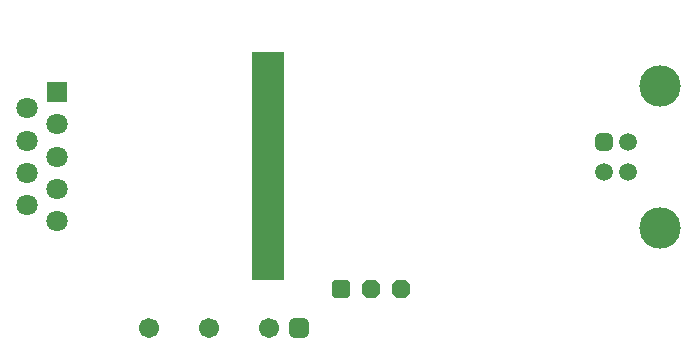
<source format=gbs>
G04*
G04 #@! TF.GenerationSoftware,Altium Limited,Altium Designer,21.9.1 (22)*
G04*
G04 Layer_Color=16711935*
%FSLAX25Y25*%
%MOIN*%
G70*
G04*
G04 #@! TF.SameCoordinates,20B19F73-AE42-437D-8B96-58F391311DC6*
G04*
G04*
G04 #@! TF.FilePolarity,Negative*
G04*
G01*
G75*
%ADD30R,0.10500X0.76000*%
G04:AMPARAMS|DCode=52|XSize=63.06mil|YSize=63.06mil|CornerRadius=16.76mil|HoleSize=0mil|Usage=FLASHONLY|Rotation=0.000|XOffset=0mil|YOffset=0mil|HoleType=Round|Shape=RoundedRectangle|*
%AMROUNDEDRECTD52*
21,1,0.06306,0.02953,0,0,0.0*
21,1,0.02953,0.06306,0,0,0.0*
1,1,0.03353,0.01476,-0.01476*
1,1,0.03353,-0.01476,-0.01476*
1,1,0.03353,-0.01476,0.01476*
1,1,0.03353,0.01476,0.01476*
%
%ADD52ROUNDEDRECTD52*%
%ADD53P,0.06825X8X22.5*%
%ADD54C,0.13786*%
%ADD55C,0.05912*%
G04:AMPARAMS|DCode=56|XSize=59.12mil|YSize=59.12mil|CornerRadius=15.78mil|HoleSize=0mil|Usage=FLASHONLY|Rotation=90.000|XOffset=0mil|YOffset=0mil|HoleType=Round|Shape=RoundedRectangle|*
%AMROUNDEDRECTD56*
21,1,0.05912,0.02756,0,0,90.0*
21,1,0.02756,0.05912,0,0,90.0*
1,1,0.03156,0.01378,0.01378*
1,1,0.03156,0.01378,-0.01378*
1,1,0.03156,-0.01378,-0.01378*
1,1,0.03156,-0.01378,0.01378*
%
%ADD56ROUNDEDRECTD56*%
%ADD57R,0.07093X0.07093*%
%ADD58C,0.07093*%
%ADD59C,0.00400*%
%ADD60C,0.06699*%
G04:AMPARAMS|DCode=61|XSize=66.99mil|YSize=66.99mil|CornerRadius=17.75mil|HoleSize=0mil|Usage=FLASHONLY|Rotation=0.000|XOffset=0mil|YOffset=0mil|HoleType=Round|Shape=RoundedRectangle|*
%AMROUNDEDRECTD61*
21,1,0.06699,0.03150,0,0,0.0*
21,1,0.03150,0.06699,0,0,0.0*
1,1,0.03550,0.01575,-0.01575*
1,1,0.03550,-0.01575,-0.01575*
1,1,0.03550,-0.01575,0.01575*
1,1,0.03550,0.01575,0.01575*
%
%ADD61ROUNDEDRECTD61*%
D30*
X97750Y62000D02*
D03*
D52*
X122000Y21000D02*
D03*
D53*
X132000D02*
D03*
X142000D02*
D03*
D54*
X228346Y41339D02*
D03*
Y88583D02*
D03*
D55*
X217717Y60039D02*
D03*
Y69882D02*
D03*
X209842Y60039D02*
D03*
D56*
Y69882D02*
D03*
D57*
X27500Y86535D02*
D03*
D58*
Y75748D02*
D03*
Y64961D02*
D03*
Y54173D02*
D03*
Y43386D02*
D03*
X17500Y81142D02*
D03*
Y70354D02*
D03*
Y59567D02*
D03*
Y48779D02*
D03*
D59*
X22500Y114173D02*
D03*
Y15748D02*
D03*
X224410D02*
D03*
Y114173D02*
D03*
D60*
X78000Y8000D02*
D03*
X58000D02*
D03*
X98000D02*
D03*
D61*
X108000Y8000D02*
D03*
M02*

</source>
